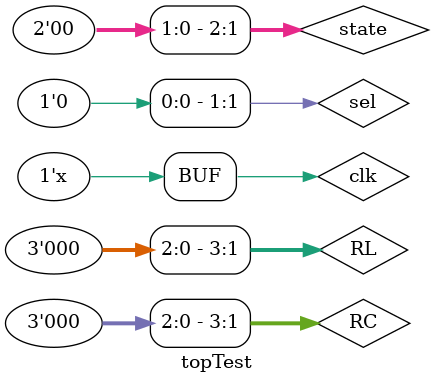
<source format=v>
`timescale 1ns / 1ps


module topTest();
integer count;
reg clk;
wire [3:0] an;
wire [6:0] seg;
reg enable;
reg [3:0] user;
wire [3:0] led;
wire lose;
wire win;
reg [3:0] pulse;
wire half_sec = DUT.half_sec;
wire [2:0] state = DUT.fsm0.state;
wire [3:0] RC = DUT.fsm0.roundCount;
wire [3:0] RL = DUT.fsm0.roundLimit;
wire[1:0] sel =DUT.sel;
wire correct= DUT.fsm0.correct;
wire wrong = DUT.fsm0.wrong;
top DUT(
    .clk(clk),
    .an(an),
    .seg(seg),
    .enable(enable),
    .user(user),
    .led(led),
    .lose(lose),
    .win(win)
);
initial begin
clk =0;
enable =0;
count= 0;
user =0;
end
 always #5 clk = ~clk;
 always @(posedge clk) begin
 if (count % 5 ==0) begin
    enable =1;
 end
 if (count % 2 == 0) begin
pulse <= pulse << 1;
user <= 0;
end
else begin
user <= pulse;
end
count <= count + 1;
end

endmodule

</source>
